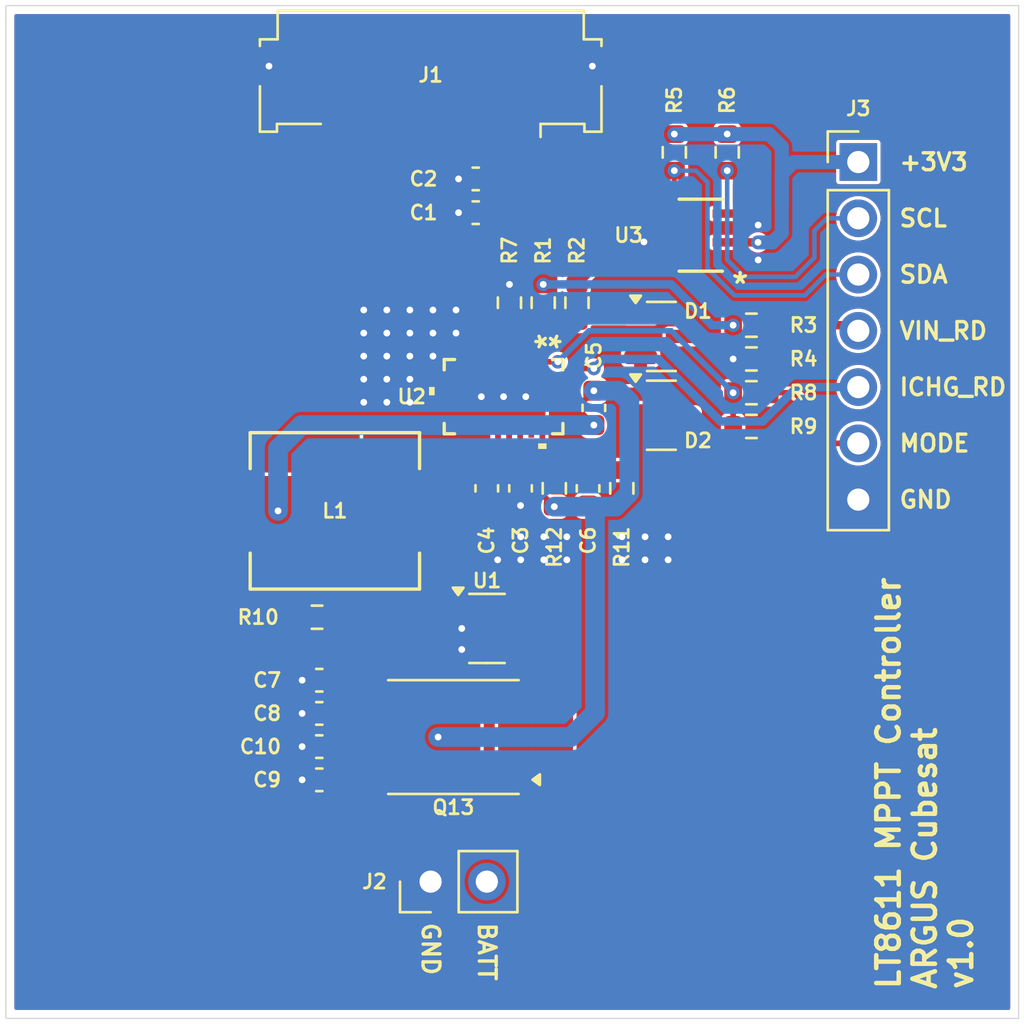
<source format=kicad_pcb>
(kicad_pcb (version 20241229) (generator "pcbnew") (generator_version "9.0")
  (layers (0 "F.Cu" signal) (2 "B.Cu" signal) (13 "F.Paste" user) (15 "B.Paste" user) (5 "F.SilkS" user "F.Silkscreen") (7 "B.SilkS" user "B.Silkscreen") (1 "F.Mask" user) (3 "B.Mask" user) (25 "Edge.Cuts" user))
  (net 0 "")
  (net 1 "GND")
  (net 2 "/MPPT/INTVcc")
  (net 3 "/MPPT/BST")
  (net 4 "/MPPT/BIAS")
  (net 5 "/MPPT/ISP")
  (net 6 "/MPPT/FB")
  (net 8 "/D_VSOLAR1")
  (net 10 "/MPPT/MP_CTRL")
  (net 11 "/SCL")
  (net 12 "/BATTERY")
  (net 13 "/SDA")
  (net 15 "/MPPT/GATE")
  (net 16 "/VIN_RD")
  (net 17 "/MPPT/SW")
  (net 18 "/MPPT/RT")
  (net 19 "/MPPT/SYNC")
  (net 20 "/MODE")
  (net 21 "/MPPT/A")
  (net 22 "/ICHG_RD")
  (net 23 "Net-(D1-A)")
  (net 24 "+3V3")
  (footprint "Package_TO_SOT_SMD:TSOT-23-6" (layer "F.Cu") (at 142.24 104.3686)
    (property "Reference" "U1" (at 0 -2.159 0) (layer "F.SilkS") (effects (font (size 0.635 0.635) (thickness 0.127) (bold yes))))
    (property "Value" "LTC4412xS6")
    (pad "1" smd roundrect (at -1.1375 -0.95) (size 1.325 0.6) (layers "F.Cu" "F.Mask" "F.Paste") (net 4 "/MPPT/BIAS"))
    (pad "2" smd roundrect (at -1.1375 0) (size 1.325 0.6) (layers "F.Cu" "F.Mask" "F.Paste") (net 1 "GND"))
    (pad "3" smd roundrect (at -1.1375 0.95) (size 1.325 0.6) (layers "F.Cu" "F.Mask" "F.Paste") (net 1 "GND"))
    (pad "4" smd roundrect (at 1.1375 0.95) (size 1.325 0.6) (layers "F.Cu" "F.Mask" "F.Paste"))
    (pad "5" smd roundrect (at 1.1375 0) (size 1.325 0.6) (layers "F.Cu" "F.Mask" "F.Paste") (net 15 "/MPPT/GATE"))
    (pad "6" smd roundrect (at 1.1375 -0.95) (size 1.325 0.6) (layers "F.Cu" "F.Mask" "F.Paste") (net 12 "/BATTERY"))
  )
  (footprint "Capacitor_SMD:C_0603_1608Metric" (layer "F.Cu") (at 134.6708 111.2012 180)
    (property "Reference" "C9" (at 1.651 0 180) (layer "F.SilkS") (effects (font (size 0.635 0.635) (thickness 0.127) (bold yes)) (justify right)))
    (property "Value" "10u")
    (pad "1" smd roundrect (at -0.775 0 180) (size 0.9 0.95) (layers "F.Cu" "F.Mask" "F.Paste") (net 4 "/MPPT/BIAS"))
    (pad "2" smd roundrect (at 0.775 0 180) (size 0.9 0.95) (layers "F.Cu" "F.Mask" "F.Paste") (net 1 "GND"))
  )
  (footprint "Connector_PinHeader_2.54mm:PinHeader_1x07_P2.54mm_Vertical" (layer "F.Cu") (at 159.004 83.312)
    (property "Reference" "J3" (at 0 -2.413 0) (layer "F.SilkS") (effects (font (size 0.635 0.635) (thickness 0.127) (bold yes))))
    (property "Value" "Conn_01x07")
    (pad "1" thru_hole rect (at 0 0) (size 1.7 1.7) (drill 1) (layers "*.Cu" "*.Mask") (net 24 "+3V3"))
    (pad "2" thru_hole circle (at 0 2.54) (size 1.7 1.7) (drill 1) (layers "*.Cu" "*.Mask") (net 11 "/SCL"))
    (pad "3" thru_hole circle (at 0 5.08) (size 1.7 1.7) (drill 1) (layers "*.Cu" "*.Mask") (net 13 "/SDA"))
    (pad "4" thru_hole circle (at 0 7.62) (size 1.7 1.7) (drill 1) (layers "*.Cu" "*.Mask") (net 16 "/VIN_RD"))
    (pad "5" thru_hole circle (at 0 10.16) (size 1.7 1.7) (drill 1) (layers "*.Cu" "*.Mask") (net 22 "/ICHG_RD"))
    (pad "6" thru_hole circle (at 0 12.7) (size 1.7 1.7) (drill 1) (layers "*.Cu" "*.Mask") (net 20 "/MODE"))
    (pad "7" thru_hole circle (at 0 15.24) (size 1.7 1.7) (drill 1) (layers "*.Cu" "*.Mask") (net 1 "GND"))
  )
  (footprint "Capacitor_SMD:C_0603_1608Metric" (layer "F.Cu") (at 143.756001 98.044 -90)
    (property "Reference" "C3" (at 1.651 0 270) (layer "F.SilkS") (effects (font (size 0.635 0.635) (thickness 0.127) (bold yes)) (justify right)))
    (property "Value" "1u")
    (pad "1" smd roundrect (at -0.775 0 270) (size 0.9 0.95) (layers "F.Cu" "F.Mask" "F.Paste") (net 2 "/MPPT/INTVcc"))
    (pad "2" smd roundrect (at 0.775 0 270) (size 0.9 0.95) (layers "F.Cu" "F.Mask" "F.Paste") (net 1 "GND"))
  )
  (footprint "footprints:Molex_200528-0100_1x10-1MP_P1.00mm_Horizontal" (layer "F.Cu") (at 139.7 80.772 180)
    (property "Reference" "J1" (at 0 1.39 0) (layer "F.SilkS") (effects (font (size 0.635 0.635) (thickness 0.127) (bold yes))))
    (property "Value" "200528-0100")
    (pad "1" smd rect (at -4.5 -0.91 180) (size 0.4 1) (layers "F.Cu" "F.Mask" "F.Paste") (net 8 "/D_VSOLAR1"))
    (pad "2" smd rect (at -3.5 -0.91 180) (size 0.4 1) (layers "F.Cu" "F.Mask" "F.Paste") (net 8 "/D_VSOLAR1"))
    (pad "3" smd rect (at -2.5 -0.91 180) (size 0.4 1) (layers "F.Cu" "F.Mask" "F.Paste") (net 8 "/D_VSOLAR1"))
    (pad "4" smd rect (at -1.5 -0.91 180) (size 0.4 1) (layers "F.Cu" "F.Mask" "F.Paste") (net 1 "GND"))
    (pad "5" smd rect (at -0.5 -0.91 180) (size 0.4 1) (layers "F.Cu" "F.Mask" "F.Paste") (net 1 "GND"))
    (pad "6" smd rect (at 0.5 -0.91 180) (size 0.4 1) (layers "F.Cu" "F.Mask" "F.Paste") (net 1 "GND"))
    (pad "7" smd rect (at 1.5 -0.91 180) (size 0.4 1) (layers "F.Cu" "F.Mask" "F.Paste") (net 1 "GND"))
    (pad "8" smd rect (at 2.5 -0.91 180) (size 0.4 1) (layers "F.Cu" "F.Mask" "F.Paste"))
    (pad "9" smd rect (at 3.5 -0.91 180) (size 0.4 1) (layers "F.Cu" "F.Mask" "F.Paste"))
    (pad "10" smd rect (at 4.5 -0.91 180) (size 0.4 1) (layers "F.Cu" "F.Mask" "F.Paste"))
    (pad "MP" smd rect (at -7.3 1.79 180) (size 2 1.3) (layers "F.Cu" "F.Mask" "F.Paste") (net 1 "GND"))
    (pad "MP" smd rect (at 7.3 1.79 180) (size 2 1.3) (layers "F.Cu" "F.Mask" "F.Paste") (net 1 "GND"))
  )
  (footprint "Capacitor_SMD:C_0603_1608Metric" (layer "F.Cu") (at 146.804001 98.044 -90)
    (property "Reference" "C6" (at 1.651 0 270) (layer "F.SilkS") (effects (font (size 0.635 0.635) (thickness 0.127) (bold yes)) (justify right)))
    (property "Value" "10p")
    (pad "1" smd roundrect (at -0.775 0 270) (size 0.9 0.95) (layers "F.Cu" "F.Mask" "F.Paste") (net 6 "/MPPT/FB"))
    (pad "2" smd roundrect (at 0.775 0 270) (size 0.9 0.95) (layers "F.Cu" "F.Mask" "F.Paste") (net 4 "/MPPT/BIAS"))
  )
  (footprint "Capacitor_SMD:C_0603_1608Metric" (layer "F.Cu") (at 141.732 85.598 180)
    (property "Reference" "C1" (at 1.651 0 180) (layer "F.SilkS") (effects (font (size 0.635 0.635) (thickness 0.127) (bold yes)) (justify right)))
    (property "Value" "22u")
    (pad "1" smd roundrect (at -0.775 0 180) (size 0.9 0.95) (layers "F.Cu" "F.Mask" "F.Paste") (net 8 "/D_VSOLAR1"))
    (pad "2" smd roundrect (at 0.775 0 180) (size 0.9 0.95) (layers "F.Cu" "F.Mask" "F.Paste") (net 1 "GND"))
  )
  (footprint "Capacitor_SMD:C_0603_1608Metric" (layer "F.Cu") (at 134.6708 106.7054 180)
    (property "Reference" "C7" (at 1.651 0 180) (layer "F.SilkS") (effects (font (size 0.635 0.635) (thickness 0.127) (bold yes)) (justify right)))
    (property "Value" "10u")
    (pad "1" smd roundrect (at -0.775 0 180) (size 0.9 0.95) (layers "F.Cu" "F.Mask" "F.Paste") (net 4 "/MPPT/BIAS"))
    (pad "2" smd roundrect (at 0.775 0 180) (size 0.9 0.95) (layers "F.Cu" "F.Mask" "F.Paste") (net 1 "GND"))
  )
  (footprint "Resistor_SMD:R_0603_1608Metric" (layer "F.Cu") (at 144.78 89.662 -90)
    (property "Reference" "R1" (at -1.651 0 90) (layer "F.SilkS") (effects (font (size 0.635 0.635) (thickness 0.127) (bold yes)) (justify left)))
    (property "Value" "309k")
    (pad "1" smd roundrect (at -0.825 0 270) (size 0.8 0.95) (layers "F.Cu" "F.Mask" "F.Paste") (net 8 "/D_VSOLAR1"))
    (pad "2" smd roundrect (at 0.825 0 270) (size 0.8 0.95) (layers "F.Cu" "F.Mask" "F.Paste") (net 10 "/MPPT/MP_CTRL"))
  )
  (footprint "Resistor_SMD:R_0603_1608Metric" (layer "F.Cu") (at 146.304 89.662 90)
    (property "Reference" "R2" (at 1.651 0 90) (layer "F.SilkS") (effects (font (size 0.635 0.635) (thickness 0.127) (bold yes)) (justify left)))
    (property "Value" "6k2")
    (pad "1" smd roundrect (at -0.825 0 90) (size 0.8 0.95) (layers "F.Cu" "F.Mask" "F.Paste") (net 10 "/MPPT/MP_CTRL"))
    (pad "2" smd roundrect (at 0.825 0 90) (size 0.8 0.95) (layers "F.Cu" "F.Mask" "F.Paste") (net 21 "/MPPT/A"))
  )
  (footprint "Resistor_SMD:R_0603_1608Metric" (layer "F.Cu") (at 154.178 92.202)
    (property "Reference" "R4" (at 1.651 0 0) (layer "F.SilkS") (effects (font (size 0.635 0.635) (thickness 0.127) (bold yes)) (justify left)))
    (property "Value" "?R")
    (pad "1" smd roundrect (at -0.825 0) (size 0.8 0.95) (layers "F.Cu" "F.Mask" "F.Paste") (net 1 "GND"))
    (pad "2" smd roundrect (at 0.825 0) (size 0.8 0.95) (layers "F.Cu" "F.Mask" "F.Paste") (net 16 "/VIN_RD"))
  )
  (footprint "Resistor_SMD:R_0603_1608Metric" (layer "F.Cu") (at 153.0858 82.875001 -90)
    (property "Reference" "R6" (at -1.651 0 90) (layer "F.SilkS") (effects (font (size 0.635 0.635) (thickness 0.127) (bold yes)) (justify left)))
    (property "Value" "10k")
    (pad "1" smd roundrect (at -0.825 0 270) (size 0.8 0.95) (layers "F.Cu" "F.Mask" "F.Paste") (net 24 "+3V3"))
    (pad "2" smd roundrect (at 0.825 0 270) (size 0.8 0.95) (layers "F.Cu" "F.Mask" "F.Paste") (net 11 "/SCL"))
  )
  (footprint "Resistor_SMD:R_0603_1608Metric" (layer "F.Cu") (at 154.178 93.726 180)
    (property "Reference" "R8" (at -1.651 0 0) (layer "F.SilkS") (effects (font (size 0.635 0.635) (thickness 0.127) (bold yes)) (justify left)))
    (property "Value" "0R")
    (pad "1" smd roundrect (at -0.825 0 180) (size 0.8 0.95) (layers "F.Cu" "F.Mask" "F.Paste") (net 20 "/MODE"))
    (pad "2" smd roundrect (at 0.825 0 180) (size 0.8 0.95) (layers "F.Cu" "F.Mask" "F.Paste") (net 19 "/MPPT/SYNC"))
  )
  (footprint "Package_TO_SOT_SMD:SOT-23" (layer "F.Cu") (at 150.114 94.742)
    (property "Reference" "D2" (at 1.651 1.143 0) (layer "F.SilkS") (effects (font (size 0.635 0.635) (thickness 0.127) (bold yes))))
    (property "Value" "BAV99")
    (pad "1" smd roundrect (at -0.9375 -0.95) (size 1.475 0.6) (layers "F.Cu" "F.Mask" "F.Paste") (net 23 "Net-(D1-A)"))
    (pad "2" smd roundrect (at -0.9375 0.95) (size 1.475 0.6) (layers "F.Cu" "F.Mask" "F.Paste") (net 1 "GND"))
    (pad "3" smd roundrect (at 0.9375 0) (size 1.475 0.6) (layers "F.Cu" "F.Mask" "F.Paste"))
  )
  (footprint "Capacitor_SMD:C_0603_1608Metric" (layer "F.Cu") (at 134.6708 108.204 180)
    (property "Reference" "C8" (at 1.651 0 0) (layer "F.SilkS") (effects (font (size 0.635 0.635) (thickness 0.127) (bold yes)) (justify right)))
    (property "Value" "10u")
    (pad "1" smd roundrect (at -0.775 0 180) (size 0.9 0.95) (layers "F.Cu" "F.Mask" "F.Paste") (net 4 "/MPPT/BIAS"))
    (pad "2" smd roundrect (at 0.775 0 180) (size 0.9 0.95) (layers "F.Cu" "F.Mask" "F.Paste") (net 1 "GND"))
  )
  (footprint "Connector_PinHeader_2.54mm:PinHeader_1x02_P2.54mm_Vertical" (layer "F.Cu") (at 139.695 115.7986 90)
    (property "Reference" "J2" (at 0 -1.905 0) (layer "F.SilkS") (effects (font (size 0.635 0.635) (thickness 0.127) (bold yes)) (justify right)))
    (property "Value" "Conn_01x02")
    (pad "1" thru_hole rect (at 0 0 90) (size 1.7 1.7) (drill 1) (layers "*.Cu" "*.Mask") (net 1 "GND"))
    (pad "2" thru_hole circle (at 0 2.54 90) (size 1.7 1.7) (drill 1) (layers "*.Cu" "*.Mask") (net 12 "/BATTERY"))
  )
  (footprint "Resistor_SMD:R_0603_1608Metric" (layer "F.Cu") (at 143.256 89.662 90)
    (property "Reference" "R7" (at 1.651 0 90) (layer "F.SilkS") (effects (font (size 0.635 0.635) (thickness 0.127) (bold yes)) (justify left)))
    (property "Value" "60k4")
    (pad "1" smd roundrect (at -0.825 0 90) (size 0.8 0.95) (layers "F.Cu" "F.Mask" "F.Paste") (net 18 "/MPPT/RT"))
    (pad "2" smd roundrect (at 0.825 0 90) (size 0.8 0.95) (layers "F.Cu" "F.Mask" "F.Paste") (net 1 "GND"))
  )
  (footprint "footprints:QFN-24_UDD_LTI" (layer "F.Cu") (at 142.990001 93.9038 -90)
    (property "Reference" "U2" (at 0 3.429 0) (layer "F.SilkS") (effects (font (size 0.635 0.635) (thickness 0.127) (bold yes)) (justify right)))
    (property "Value" "LT8611EUDD-PBF")
    (fp_text user "*" (at -2.4892 -2 270) (layer "F.SilkS"))
    (fp_text user "*" (at -2.4892 -2 270) (layer "F.SilkS"))
    (pad "1" smd rect (at -1.4478 -1.749999) (size 0.254 0.8128) (layers "F.Cu" "F.Mask" "F.Paste") (net 19 "/MPPT/SYNC"))
    (pad "2" smd rect (at -1.4478 -1.25) (size 0.254 0.8128) (layers "F.Cu" "F.Mask" "F.Paste") (net 10 "/MPPT/MP_CTRL"))
    (pad "3" smd rect (at -1.4478 -0.750001) (size 0.254 0.8128) (layers "F.Cu" "F.Mask" "F.Paste") (net 18 "/MPPT/RT"))
    (pad "4" smd rect (at -1.4478 -0.25) (size 0.254 0.8128) (layers "F.Cu" "F.Mask" "F.Paste") (net 8 "/D_VSOLAR1"))
    (pad "5" smd rect (at -1.4478 0.25) (size 0.254 0.8128) (layers "F.Cu" "F.Mask" "F.Paste") (net 8 "/D_VSOLAR1"))
    (pad "6" smd rect (at -1.4478 0.750001) (size 0.254 0.8128) (layers "F.Cu" "F.Mask" "F.Paste") (net 8 "/D_VSOLAR1"))
    (pad "7" smd rect (at -1.4478 1.25) (size 0.254 0.8128) (layers "F.Cu" "F.Mask" "F.Paste") (net 1 "GND"))
    (pad "8" smd rect (at -1.4478 1.749999) (size 0.254 0.8128) (layers "F.Cu" "F.Mask" "F.Paste") (net 1 "GND"))
    (pad "9" smd rect (at -0.750001 2.4511 270) (size 0.254 0.8128) (layers "F.Cu" "F.Mask" "F.Paste") (net 1 "GND"))
    (pad "10" smd rect (at -0.25 2.4511 270) (size 0.254 0.8128) (layers "F.Cu" "F.Mask" "F.Paste") (net 1 "GND"))
    (pad "11" smd rect (at 0.25 2.4511 270) (size 0.254 0.8128) (layers "F.Cu" "F.Mask" "F.Paste") (net 1 "GND"))
    (pad "12" smd rect (at 0.750001 2.4511 270) (size 0.254 0.8128) (layers "F.Cu" "F.Mask" "F.Paste") (net 1 "GND"))
    (pad "13" smd rect (at 1.4478 1.749999) (size 0.254 0.8128) (layers "F.Cu" "F.Mask" "F.Paste") (net 17 "/MPPT/SW"))
    (pad "14" smd rect (at 1.4478 1.25) (size 0.254 0.8128) (layers "F.Cu" "F.Mask" "F.Paste") (net 17 "/MPPT/SW"))
    (pad "15" smd rect (at 1.4478 0.750001) (size 0.254 0.8128) (layers "F.Cu" "F.Mask" "F.Paste") (net 17 "/MPPT/SW"))
    (pad "16" smd rect (at 1.4478 0.25) (size 0.254 0.8128) (layers "F.Cu" "F.Mask" "F.Paste") (net 3 "/MPPT/BST"))
    (pad "17" smd rect (at 1.4478 -0.25) (size 0.254 0.8128) (layers "F.Cu" "F.Mask" "F.Paste") (net 2 "/MPPT/INTVcc"))
    (pad "18" smd rect (at 1.4478 -0.750001) (size 0.254 0.8128) (layers "F.Cu" "F.Mask" "F.Paste") (net 4 "/MPPT/BIAS"))
    (pad "19" smd rect (at 1.4478 -1.25) (size 0.254 0.8128) (layers "F.Cu" "F.Mask" "F.Paste"))
    (pad "20" smd rect (at 1.4478 -1.749999) (size 0.254 0.8128) (layers "F.Cu" "F.Mask" "F.Paste") (net 6 "/MPPT/FB"))
    (pad "21" smd rect (at 0.750001 -2.4511 270) (size 0.254 0.8128) (layers "F.Cu" "F.Mask" "F.Paste") (net 5 "/MPPT/ISP"))
    (pad "22" smd rect (at 0.25 -2.4511 270) (size 0.254 0.8128) (layers "F.Cu" "F.Mask" "F.Paste") (net 4 "/MPPT/BIAS"))
    (pad "23" smd rect (at -0.25 -2.4511 270) (size 0.254 0.8128) (layers "F.Cu" "F.Mask" "F.Paste") (net 22 "/ICHG_RD"))
    (pad "24" smd rect (at -0.750001 -2.4511 270) (size 0.254 0.8128) (layers "F.Cu" "F.Mask" "F.Paste"))
    (pad "25" smd rect (at 0 0 270) (size 1.7526 3.7592) (layers "F.Cu" "F.Mask" "F.Paste") (net 1 "GND"))
  )
  (footprint "Capacitor_SMD:C_0603_1608Metric" (layer "F.Cu") (at 142.232001 98.044 -90)
    (property "Reference" "C4" (at 1.651 0 90) (layer "F.SilkS") (effects (font (size 0.635 0.635) (thickness 0.127) (bold yes)) (justify right)))
    (property "Value" "100n")
    (pad "1" smd roundrect (at -0.775 0 270) (size 0.9 0.95) (layers "F.Cu" "F.Mask" "F.Paste") (net 3 "/MPPT/BST"))
    (pad "2" smd roundrect (at 0.775 0 270) (size 0.9 0.95) (layers "F.Cu" "F.Mask" "F.Paste") (net 17 "/MPPT/SW"))
  )
  (footprint "Resistor_SMD:R_0603_1608Metric" (layer "F.Cu") (at 154.178 90.678 180)
    (property "Reference" "R3" (at -1.651 0 0) (layer "F.SilkS") (effects (font (size 0.635 0.635) (thickness 0.127) (bold yes)) (justify left)))
    (property "Value" "?R")
    (pad "1" smd roundrect (at -0.825 0 180) (size 0.8 0.95) (layers "F.Cu" "F.Mask" "F.Paste") (net 16 "/VIN_RD"))
    (pad "2" smd roundrect (at 0.825 0 180) (size 0.8 0.95) (layers "F.Cu" "F.Mask" "F.Paste") (net 8 "/D_VSOLAR1"))
  )
  (footprint "Resistor_SMD:R_0603_1608Metric" (layer "F.Cu") (at 134.5692 103.8606)
    (property "Reference" "R10" (at -1.651 0 180) (layer "F.SilkS") (effects (font (size 0.635 0.635) (thickness 0.127) (bold yes)) (justify right)))
    (property "Value" "50m")
    (pad "1" smd roundrect (at -0.825 0) (size 0.8 0.95) (layers "F.Cu" "F.Mask" "F.Paste") (net 5 "/MPPT/ISP"))
    (pad "2" smd roundrect (at 0.825 0) (size 0.8 0.95) (layers "F.Cu" "F.Mask" "F.Paste") (net 4 "/MPPT/BIAS"))
  )
  (footprint "Capacitor_SMD:C_0603_1608Metric" (layer "F.Cu") (at 147.066 94.4118 -90)
    (property "Reference" "C5" (at -1.651 0 90) (layer "F.SilkS") (effects (font (size 0.635 0.635) (thickness 0.127) (bold yes)) (justify left)))
    (property "Value" "1u")
    (pad "1" smd roundrect (at -0.775 0 270) (size 0.9 0.95) (layers "F.Cu" "F.Mask" "F.Paste") (net 4 "/MPPT/BIAS"))
    (pad "2" smd roundrect (at 0.775 0 270) (size 0.9 0.95) (layers "F.Cu" "F.Mask" "F.Paste") (net 5 "/MPPT/ISP"))
  )
  (footprint "Capacitor_SMD:C_0603_1608Metric" (layer "F.Cu") (at 141.732 84.074 180)
    (property "Reference" "C2" (at 1.651 0 180) (layer "F.SilkS") (effects (font (size 0.635 0.635) (thickness 0.127) (bold yes)) (justify right)))
    (property "Value" "4u7")
    (pad "1" smd roundrect (at -0.775 0 180) (size 0.9 0.95) (layers "F.Cu" "F.Mask" "F.Paste") (net 8 "/D_VSOLAR1"))
    (pad "2" smd roundrect (at 0.775 0 180) (size 0.9 0.95) (layers "F.Cu" "F.Mask" "F.Paste") (net 1 "GND"))
  )
  (footprint "Resistor_SMD:R_0603_1608Metric" (layer "F.Cu") (at 145.280001 98.044 -90)
    (property "Reference" "R12" (at 1.651 0 90) (layer "F.SilkS") (effects (font (size 0.635 0.635) (thickness 0.127) (bold yes)) (justify right)))
    (property "Value" "1M")
    (pad "1" smd roundrect (at -0.825 0 270) (size 0.8 0.95) (layers "F.Cu" "F.Mask" "F.Paste") (net 6 "/MPPT/FB"))
    (pad "2" smd roundrect (at 0.825 0 270) (size 0.8 0.95) (layers "F.Cu" "F.Mask" "F.Paste") (net 4 "/MPPT/BIAS"))
  )
  (footprint "Resistor_SMD:R_0603_1608Metric" (layer "F.Cu") (at 154.178 95.25)
    (property "Reference" "R9" (at 1.651 0 0) (layer "F.SilkS") (effects (font (size 0.635 0.635) (thickness 0.127) (bold yes)) (justify left)))
    (property "Value" "0R")
    (pad "1" smd roundrect (at -0.825 0) (size 0.8 0.95) (layers "F.Cu" "F.Mask" "F.Paste") (net 19 "/MPPT/SYNC"))
    (pad "2" smd roundrect (at 0.825 0) (size 0.8 0.95) (layers "F.Cu" "F.Mask" "F.Paste") (net 1 "GND"))
  )
  (footprint "footprints:IND_03-4R7-R_EAT" (layer "F.Cu") (at 135.374001 99.06 180)
    (property "Reference" "L1" (at 0 0 0) (layer "F.SilkS") (effects (font (size 0.635 0.635) (thickness 0.127) (bold yes))))
    (property "Value" "4u7")
    (pad "1" smd rect (at -2.5654 0 270) (size 3.1496 2.5654) (layers "F.Cu" "F.Mask" "F.Paste") (net 17 "/MPPT/SW"))
    (pad "2" smd rect (at 2.5654 0 270) (size 3.1496 2.5654) (layers "F.Cu" "F.Mask" "F.Paste") (net 5 "/MPPT/ISP"))
    (zone (net 0) (net_name "") (layer "F.Cu") (connect_pads (clearance 0)) (min_thickness 0.254)
      (keepout (tracks not_allowed) (vias not_allowed) (pads allowed) (copperpour not_allowed) (footprints allowed))
      (fill (thermal_gap 0.508) (thermal_bridge_width 0.508))
      (polygon (pts (xy 136.605901 100.6856) (xy 134.142101 100.6856) (xy 134.142101 97.4344) (xy 136.605901 97.4344)))
    )
  )
  (footprint "Resistor_SMD:R_0603_1608Metric" (layer "F.Cu") (at 148.328001 98.044 -90)
    (property "Reference" "R11" (at 1.651 0 90) (layer "F.SilkS") (effects (font (size 0.635 0.635) (thickness 0.127) (bold yes)) (justify right)))
    (property "Value" "130k")
    (pad "1" smd roundrect (at -0.825 0 270) (size 0.8 0.95) (layers "F.Cu" "F.Mask" "F.Paste") (net 6 "/MPPT/FB"))
    (pad "2" smd roundrect (at 0.825 0 270) (size 0.8 0.95) (layers "F.Cu" "F.Mask" "F.Paste") (net 1 "GND"))
  )
  (footprint "Resistor_SMD:R_0603_1608Metric" (layer "F.Cu") (at 150.6982 82.875001 -90)
    (property "Reference" "R5" (at -1.651 0 90) (layer "F.SilkS") (effects (font (size 0.635 0.635) (thickness 0.127) (bold yes)) (justify left)))
    (property "Value" "10k")
    (pad "1" smd roundrect (at -0.825 0 270) (size 0.8 0.95) (layers "F.Cu" "F.Mask" "F.Paste") (net 24 "+3V3"))
    (pad "2" smd roundrect (at 0.825 0 270) (size 0.8 0.95) (layers "F.Cu" "F.Mask" "F.Paste") (net 13 "/SDA"))
  )
  (footprint "footprints:RJ_8_ADI" (layer "F.Cu") (at 151.892 86.614 180)
    (property "Reference" "U3" (at 2.54 0 0) (layer "F.SilkS") (effects (font (size 0.635 0.635) (thickness 0.127) (bold yes)) (justify right)))
    (property "Value" "AD5245BRJZ10-R2")
    (fp_text user "*" (at -1.778 -2.2352 0) (layer "F.SilkS"))
    (pad "1" smd rect (at -1.1938 -0.974998 180) (size 1.3208 0.381) (layers "F.Cu" "F.Mask" "F.Paste") (net 1 "GND"))
    (pad "2" smd rect (at -1.1938 -0.325 180) (size 1.3208 0.381) (layers "F.Cu" "F.Mask" "F.Paste") (net 24 "+3V3"))
    (pad "3" smd rect (at -1.1938 0.325 180) (size 1.3208 0.381) (layers "F.Cu" "F.Mask" "F.Paste") (net 1 "GND"))
    (pad "4" smd rect (at -1.1938 0.974998 180) (size 1.3208 0.381) (layers "F.Cu" "F.Mask" "F.Paste") (net 11 "/SCL"))
    (pad "5" smd rect (at 1.1938 0.974998 180) (size 1.3208 0.381) (layers "F.Cu" "F.Mask" "F.Paste") (net 13 "/SDA"))
    (pad "6" smd rect (at 1.1938 0.325 180) (size 1.3208 0.381) (layers "F.Cu" "F.Mask" "F.Paste"))
    (pad "7" smd rect (at 1.1938 -0.325 180) (size 1.3208 0.381) (layers "F.Cu" "F.Mask" "F.Paste") (net 1 "GND"))
    (pad "8" smd rect (at 1.1938 -0.974998 180) (size 1.3208 0.381) (layers "F.Cu" "F.Mask" "F.Paste") (net 21 "/MPPT/A"))
  )
  (footprint "Package_SO:PowerPAK_SO-8_Single" (layer "F.Cu") (at 140.7242 109.2708 180)
    (property "Reference" "Q13" (at 0 -3.175 180) (layer "F.SilkS") (effects (font (size 0.635 0.635) (thickness 0.127) (bold yes))))
    (property "Value" "SIRA99DP-T1-GE3")
    (pad "1" smd rect (at -2.670001 -1.905 180) (size 1.27 0.61) (layers "F.Cu" "F.Mask" "F.Paste") (net 12 "/BATTERY"))
    (pad "2" smd rect (at -2.67 -0.635 180) (size 1.27 0.61) (layers "F.Cu" "F.Mask" "F.Paste") (net 12 "/BATTERY"))
    (pad "3" smd rect (at -2.67 0.635 180) (size 1.27 0.61) (layers "F.Cu" "F.Mask" "F.Paste") (net 12 "/BATTERY"))
    (pad "4" smd rect (at -2.670001 1.905 180) (size 1.27 0.61) (layers "F.Cu" "F.Mask" "F.Paste") (net 15 "/MPPT/GATE"))
    (pad "5" smd rect (at 0.69 0 180) (size 3.81 3.91) (layers "F.Cu" "F.Mask" "F.Paste") (net 4 "/MPPT/BIAS"))
    (pad "5" smd rect (at 2.795 -1.905 180) (size 1.02 0.61) (layers "F.Cu" "F.Mask" "F.Paste") (net 4 "/MPPT/BIAS"))
    (pad "5" smd rect (at 2.795 -0.635 180) (size 1.02 0.61) (layers "F.Cu" "F.Mask" "F.Paste") (net 4 "/MPPT/BIAS"))
    (pad "5" smd rect (at 2.795 0.635 180) (size 1.02 0.61) (layers "F.Cu" "F.Mask" "F.Paste") (net 4 "/MPPT/BIAS"))
    (pad "5" smd rect (at 2.795 1.905 180) (size 1.02 0.61) (layers "F.Cu" "F.Mask" "F.Paste") (net 4 "/MPPT/BIAS"))
  )
  (footprint "Capacitor_SMD:C_0603_1608Metric" (layer "F.Cu") (at 134.6708 109.7026 180)
    (property "Reference" "C10" (at 1.651 0 180) (layer "F.SilkS") (effects (font (size 0.635 0.635) (thickness 0.127) (bold yes)) (justify right)))
    (property "Value" "10u")
    (pad "1" smd roundrect (at -0.775 0 180) (size 0.9 0.95) (layers "F.Cu" "F.Mask" "F.Paste") (net 4 "/MPPT/BIAS"))
    (pad "2" smd roundrect (at 0.775 0 180) (size 0.9 0.95) (layers "F.Cu" "F.Mask" "F.Paste") (net 1 "GND"))
  )
  (footprint "Package_TO_SOT_SMD:SOT-23" (layer "F.Cu") (at 150.114 91.186)
    (property "Reference" "D1" (at 1.651 -1.143 0) (layer "F.SilkS") (effects (font (size 0.635 0.635) (thickness 0.127) (bold yes))))
    (property "Value" "BAV99")
    (pad "1" smd roundrect (at -0.9375 -0.95) (size 1.475 0.6) (layers "F.Cu" "F.Mask" "F.Paste") (net 10 "/MPPT/MP_CTRL"))
    (pad "2" smd roundrect (at -0.9375 0.95) (size 1.475 0.6) (layers "F.Cu" "F.Mask" "F.Paste") (net 23 "Net-(D1-A)"))
    (pad "3" smd roundrect (at 0.9375 0) (size 1.475 0.6) (layers "F.Cu" "F.Mask" "F.Paste"))
  )
  (gr_rect (start 120.523 76.2508) (end 166.243 121.9708) (stroke (width 0.05)) (fill no) (layer "Edge.Cuts"))
  (gr_text "ICHG_RD" (at 160.782 93.472 0) (layer "F.SilkS") (effects (font (size 0.762 0.762) (thickness 0.1524) (bold yes)) (justify left)))
  (gr_text "BATT" (at 142.24 117.5766 270) (layer "F.SilkS") (effects (font (size 0.762 0.762) (thickness 0.1524) (bold yes)) (justify left)))
  (gr_text "SDA" (at 160.782 88.392 0) (layer "F.SilkS") (effects (font (size 0.762 0.762) (thickness 0.1524) (bold yes)) (justify left)))
  (gr_text "+3V3" (at 160.782 83.312 0) (layer "F.SilkS") (effects (font (size 0.762 0.762) (thickness 0.1524) (bold yes)) (justify left)))
  (gr_text "VIN_RD" (at 160.782 90.932 0) (layer "F.SilkS") (effects (font (size 0.762 0.762) (thickness 0.1524) (bold yes)) (justify left)))
  (gr_text "GND" (at 139.7 117.5766 270) (layer "F.SilkS") (effects (font (size 0.762 0.762) (thickness 0.1524) (bold yes)) (justify left)))
  (gr_text "LT8611 MPPT Controller\nARGUS Cubesat\nv1.0" (at 164.2364 120.7516 90) (layer "F.SilkS") (effects (font (size 1.016 1.016) (thickness 0.2032)) (justify left bottom)))
  (gr_text "GND" (at 160.782 98.552 0) (layer "F.SilkS") (effects (font (size 0.762 0.762) (thickness 0.1524) (bold yes)) (justify left)))
  (gr_text "SCL" (at 160.782 85.852 0) (layer "F.SilkS") (effects (font (size 0.762 0.762) (thickness 0.1524) (bold yes)) (justify left)))
  (gr_text "MODE" (at 160.782 96.012 0) (layer "F.SilkS") (effects (font (size 0.762 0.762) (thickness 0.1524) (bold yes)) (justify left)))
  (via (at 148.336 101.2698) (size 0.6096) (drill 0.3048) (layers "F.Cu" "B.Cu") (net 1))
  (via (at 136.6774 93.1164) (size 0.6096) (drill 0.3048) (layers "F.Cu" "B.Cu") (net 1))
  (via (at 137.7188 91.0336) (size 0.6096) (drill 0.3048) (layers "F.Cu" "B.Cu") (net 1))
  (via (at 141.1025 104.3686) (size 0.6096) (drill 0.3048) (layers "F.Cu" "B.Cu") (net 1))
  (via (at 143.756001 98.819) (size 0.6096) (drill 0.3048) (layers "F.Cu" "B.Cu") (net 1))
  (via (at 142.7226 101.2698) (size 0.6096) (drill 0.3048) (layers "F.Cu" "B.Cu") (net 1))
  (via (at 140.957 84.074) (size 0.6096) (drill 0.3048) (layers "F.Cu" "B.Cu") (net 1))
  (via (at 147 78.981999) (size 0.6096) (drill 0.3048) (layers "F.Cu" "B.Cu") (net 1))
  (via (at 141.1025 105.318599) (size 0.6096) (drill 0.3048) (layers "F.Cu" "B.Cu") (net 1))
  (via (at 143.764 101.2698) (size 0.6096) (drill 0.3048) (layers "F.Cu" "B.Cu") (net 1))
  (via (at 143.256 88.837) (size 0.6096) (drill 0.3048) (layers "F.Cu" "B.Cu") (net 1))
  (via (at 133.8958 106.7054) (size 0.6096) (drill 0.3048) (layers "F.Cu" "B.Cu") (net 1))
  (via (at 138.7602 94.1578) (size 0.6096) (drill 0.3048) (layers "F.Cu" "B.Cu") (net 1))
  (via (at 144.8054 100.2284) (size 0.6096) (drill 0.3048) (layers "F.Cu" "B.Cu") (net 1))
  (via (at 132.4 78.981999) (size 0.6096) (drill 0.3048) (layers "F.Cu" "B.Cu") (net 1))
  (via (at 153.353 92.202) (size 0.6096) (drill 0.3048) (layers "F.Cu" "B.Cu") (net 1))
  (via (at 137.7188 89.9922) (size 0.6096) (drill 0.3048) (layers "F.Cu" "B.Cu") (net 1))
  (via (at 144.8054 101.2698) (size 0.6096) (drill 0.3048) (layers "F.Cu" "B.Cu") (net 1))
  (via (at 141.986 93.9038) (size 0.6096) (drill 0.3048) (layers "F.Cu" "B.Cu") (net 1))
  (via (at 154.4828 86.1568) (size 0.6096) (drill 0.3048) (layers "F.Cu" "B.Cu") (net 1))
  (via (at 142.990001 93.9038) (size 0.6096) (drill 0.3048) (layers "F.Cu" "B.Cu") (net 1))
  (via (at 140.843 91.0336) (size 0.6096) (drill 0.3048) (layers "F.Cu" "B.Cu") (net 1))
  (via (at 136.6774 91.0336) (size 0.6096) (drill 0.3048) (layers "F.Cu" "B.Cu") (net 1))
  (via (at 136.6774 94.1578) (size 0.6096) (drill 0.3048) (layers "F.Cu" "B.Cu") (net 1))
  (via (at 149.3774 101.2698) (size 0.6096) (drill 0.3048) (layers "F.Cu" "B.Cu") (net 1))
  (via (at 138.7602 93.1164) (size 0.6096) (drill 0.3048) (layers "F.Cu" "B.Cu") (net 1))
  (via (at 138.7602 91.0336) (size 0.6096) (drill 0.3048) (layers "F.Cu" "B.Cu") (net 1))
  (via (at 139.8016 89.9922) (size 0.6096) (drill 0.3048) (layers "F.Cu" "B.Cu") (net 1))
  (via (at 136.6774 89.9922) (size 0.6096) (drill 0.3048) (layers "F.Cu" "B.Cu") (net 1))
  (via (at 148.336 100.2284) (size 0.6096) (drill 0.3048) (layers "F.Cu" "B.Cu") (net 1))
  (via (at 140.843 89.9922) (size 0.6096) (drill 0.3048) (layers "F.Cu" "B.Cu") (net 1))
  (via (at 136.6774 92.075) (size 0.6096) (drill 0.3048) (layers "F.Cu" "B.Cu") (net 1))
  (via (at 133.8958 111.2012) (size 0.6096) (drill 0.3048) (layers "F.Cu" "B.Cu") (net 1))
  (via (at 143.9926 93.9038) (size 0.6096) (drill 0.3048) (layers "F.Cu" "B.Cu") (net 1))
  (via (at 137.7188 92.075) (size 0.6096) (drill 0.3048) (layers "F.Cu" "B.Cu") (net 1))
  (via (at 143.764 100.2284) (size 0.6096) (drill 0.3048) (layers "F.Cu" "B.Cu") (net 1))
  (via (at 145.8468 100.2284) (size 0.6096) (drill 0.3048) (layers "F.Cu" "B.Cu") (net 1))
  (via (at 149.3266 86.9188) (size 0.6096) (drill 0.3048) (layers "F.Cu" "B.Cu") (net 1))
  (via (at 139.8016 92.075) (size 0.6096) (drill 0.3048) (layers "F.Cu" "B.Cu") (net 1))
  (via (at 150.4188 100.2284) (size 0.6096) (drill 0.3048) (layers "F.Cu" "B.Cu") (net 1))
  (via (at 154.4828 87.7316) (size 0.6096) (drill 0.3048) (layers "F.Cu" "B.Cu") (net 1))
  (via (at 133.8958 108.204) (size 0.6096) (drill 0.3048) (layers "F.Cu" "B.Cu") (net 1))
  (via (at 139.8016 91.0336) (size 0.6096) (drill 0.3048) (layers "F.Cu" "B.Cu") (net 1))
  (via (at 133.8958 109.7026) (size 0.6096) (drill 0.3048) (layers "F.Cu" "B.Cu") (net 1))
  (via (at 149.3774 100.2284) (size 0.6096) (drill 0.3048) (layers "F.Cu" "B.Cu") (net 1))
  (via (at 138.7602 92.075) (size 0.6096) (drill 0.3048) (layers "F.Cu" "B.Cu") (net 1))
  (via (at 138.7602 89.9922) (size 0.6096) (drill 0.3048) (layers "F.Cu" "B.Cu") (net 1))
  (via (at 137.7188 94.1578) (size 0.6096) (drill 0.3048) (layers "F.Cu" "B.Cu") (net 1))
  (via (at 140.957 85.598) (size 0.6096) (drill 0.3048) (layers "F.Cu" "B.Cu") (net 1))
  (via (at 137.7188 93.1164) (size 0.6096) (drill 0.3048) (layers "F.Cu" "B.Cu") (net 1))
  (via (at 145.8468 101.2698) (size 0.6096) (drill 0.3048) (layers "F.Cu" "B.Cu") (net 1))
  (via (at 150.4188 101.2698) (size 0.6096) (drill 0.3048) (layers "F.Cu" "B.Cu") (net 1))
  (segment (start 143.240001 95.3516) (end 143.240001 96.753) (width 0.254) (layer "F.Cu") (net 2))
  (segment (start 143.240001 96.753) (end 143.756001 97.269) (width 0.254) (layer "F.Cu") (net 2))
  (segment (start 142.740001 95.3516) (end 142.740001 96.761) (width 0.254) (layer "F.Cu") (net 3))
  (segment (start 142.740001 96.761) (end 142.232001 97.269) (width 0.254) (layer "F.Cu") (net 3))
  (segment (start 144.524601 96.823401) (end 144.524601 98.1136) (width 0.254) (layer "F.Cu") (net 4))
  (segment (start 145.441101 94.1538) (end 146.549 94.1538) (width 0.254) (layer "F.Cu") (net 4))
  (segment (start 135.836199 103.418601) (end 135.3942 103.8606) (width 0.5842) (layer "F.Cu") (net 4))
  (segment (start 144.524601 98.1136) (end 145.280001 98.869) (width 0.254) (layer "F.Cu") (net 4))
  (segment (start 141.1025 103.418601) (end 135.836199 103.418601) (width 0.5842) (layer "F.Cu") (net 4))
  (segment (start 143.740002 96.038802) (end 144.524601 96.823401) (width 0.254) (layer "F.Cu") (net 4))
  (segment (start 145.280001 98.869) (end 146.754001 98.869) (width 0.381) (layer "F.Cu") (net 4))
  (segment (start 143.740002 95.3516) (end 143.740002 96.038802) (width 0.254) (layer "F.Cu") (net 4))
  (segment (start 146.549 94.1538) (end 147.066 93.6368) (width 0.254) (layer "F.Cu") (net 4))
  (segment (start 146.754001 98.869) (end 146.804001 98.819) (width 0.254) (layer "F.Cu") (net 4))
  (via (at 140.0342 109.2708) (size 0.6096) (drill 0.3048) (layers "F.Cu" "B.Cu") (net 4))
  (via (at 145.280001 98.869) (size 0.6096) (drill 0.3048) (layers "F.Cu" "B.Cu") (net 4))
  (via (at 147.066 93.6368) (size 0.6096) (drill 0.3048) (layers "F.Cu" "B.Cu") (net 4))
  (segment (start 148.6662 94.1324) (end 148.1706 93.6368) (width 0.889) (layer "B.Cu") (net 4))
  (segment (start 146.0246 109.2708) (end 147.1168 108.1786) (width 0.889) (layer "B.Cu") (net 4))
  (segment (start 148.1706 93.6368) (end 147.066 93.6368) (width 0.889) (layer "B.Cu") (net 4))
  (segment (start 145.280001 98.869) (end 147.1168 98.869) (width 0.889) (layer "B.Cu") (net 4))
  (segment (start 147.1168 98.869) (end 148.0444 98.869) (width 0.889) (layer "B.Cu") (net 4))
  (segment (start 140.0342 109.2708) (end 146.0246 109.2708) (width 0.889) (layer "B.Cu") (net 4))
  (segment (start 147.1168 108.1786) (end 147.1168 98.869) (width 0.889) (layer "B.Cu") (net 4))
  (segment (start 148.6662 98.2472) (end 148.6662 94.1324) (width 0.889) (layer "B.Cu") (net 4))
  (segment (start 148.0444 98.869) (end 148.6662 98.2472) (width 0.889) (layer "B.Cu") (net 4))
  (segment (start 145.441101 94.653801) (end 146.533001 94.653801) (width 0.254) (layer "F.Cu") (net 5))
  (segment (start 146.533001 94.653801) (end 147.066 95.1868) (width 0.254) (layer "F.Cu") (net 5))
  (via (at 132.808601 99.06) (size 0.6096) (drill 0.3048) (layers "F.Cu" "B.Cu") (net 5))
  (via (at 147.066 95.1868) (size 0.6096) (drill 0.3048) (layers "F.Cu" "B.Cu") (net 5))
  (segment (start 132.808601 96.248599) (end 133.8704 95.1868) (width 0.889) (layer "B.Cu") (net 5))
  (segment (start 133.8704 95.1868) (end 147.066 95.1868) (width 0.889) (layer "B.Cu") (net 5))
  (segment (start 132.808601 99.06) (end 132.808601 96.248599) (width 0.889) (layer "B.Cu") (net 5))
  (segment (start 145.280001 97.219) (end 146.754001 97.219) (width 0.381) (layer "F.Cu") (net 6))
  (segment (start 145.280001 96.537401) (end 145.280001 97.219) (width 0.254) (layer "F.Cu") (net 6))
  (segment (start 146.804001 97.269) (end 146.854001 97.219) (width 0.254) (layer "F.Cu") (net 6))
  (segment (start 146.854001 97.219) (end 148.328001 97.219) (width 0.381) (layer "F.Cu") (net 6))
  (segment (start 146.754001 97.219) (end 146.804001 97.269) (width 0.254) (layer "F.Cu") (net 6))
  (segment (start 144.74 95.9974) (end 145.280001 96.537401) (width 0.254) (layer "F.Cu") (net 6))
  (segment (start 144.74 95.3516) (end 144.74 95.9974) (width 0.254) (layer "F.Cu") (net 6))
  (via (at 144.78 88.837) (size 0.6096) (drill 0.3048) (layers "F.Cu" "B.Cu") (net 8))
  (via (at 153.353 90.678) (size 0.6096) (drill 0.3048) (layers "F.Cu" "B.Cu") (net 8))
  (segment (start 152.4 90.678) (end 153.353 90.678) (width 0.381) (layer "B.Cu") (net 8))
  (segment (start 150.559 88.837) (end 152.4 90.678) (width 0.381) (layer "B.Cu") (net 8))
  (segment (start 144.78 88.837) (end 150.559 88.837) (width 0.381) (layer "B.Cu") (net 8))
  (segment (start 144.240001 91.026999) (end 144.78 90.487) (width 0.254) (layer "F.Cu") (net 10))
  (segment (start 144.240001 92.456) (end 144.240001 91.026999) (width 0.254) (layer "F.Cu") (net 10))
  (segment (start 145.031 90.236) (end 149.1765 90.236) (width 0.5842) (layer "F.Cu") (net 10))
  (segment (start 144.78 90.487) (end 145.031 90.236) (width 0.5842) (layer "F.Cu") (net 10))
  (segment (start 153.0858 83.725401) (end 153.0858 85.639002) (width 0.2032) (layer "F.Cu") (net 11))
  (via (at 153.0858 83.700001) (size 0.6096) (drill 0.3048) (layers "F.Cu" "B.Cu") (net 11))
  (segment (start 156.1592 88.4936) (end 153.8478 88.4936) (width 0.2032) (layer "B.Cu") (net 11))
  (segment (start 157.5816 85.852) (end 157.0228 86.4108) (width 0.2032) (layer "B.Cu") (net 11))
  (segment (start 153.8478 88.4936) (end 153.0858 87.7316) (width 0.2032) (layer "B.Cu") (net 11))
  (segment (start 153.0858 87.7316) (end 153.0858 83.700001) (width 0.2032) (layer "B.Cu") (net 11))
  (segment (start 157.0228 87.63) (end 156.1592 88.4936) (width 0.2032) (layer "B.Cu") (net 11))
  (segment (start 157.0228 86.4108) (end 157.0228 87.63) (width 0.2032) (layer "B.Cu") (net 11))
  (segment (start 159.004 85.852) (end 157.5816 85.852) (width 0.2032) (layer "B.Cu") (net 11))
  (segment (start 150.6982 83.700001) (end 150.6982 85.639002) (width 0.2032) (layer "F.Cu") (net 13))
  (via (at 150.6982 83.700001) (size 0.6096) (drill 0.3048) (layers "F.Cu" "B.Cu") (net 13))
  (segment (start 151.670401 83.700001) (end 150.6982 83.700001) (width 0.2032) (layer "B.Cu") (net 13))
  (segment (start 152.1968 84.2264) (end 151.670401 83.700001) (width 0.2032) (layer "B.Cu") (net 13))
  (segment (start 159.004 88.392) (end 157.5308 88.392) (width 0.2032) (layer "B.Cu") (net 13))
  (segment (start 156.591 89.3318) (end 153.416 89.3318) (width 0.2032) (layer "B.Cu") (net 13))
  (segment (start 152.1968 88.1126) (end 152.1968 84.2264) (width 0.2032) (layer "B.Cu") (net 13))
  (segment (start 157.5308 88.392) (end 156.591 89.3318) (width 0.2032) (layer "B.Cu") (net 13))
  (segment (start 153.416 89.3318) (end 152.1968 88.1126) (width 0.2032) (layer "B.Cu") (net 13))
  (segment (start 143.394201 106.462601) (end 143.394201 107.3658) (width 0.4064) (layer "F.Cu") (net 15))
  (segment (start 142.5448 104.3686) (end 142.2146 104.6988) (width 0.4064) (layer "F.Cu") (net 15))
  (segment (start 142.2146 105.8672) (end 142.5448 106.1974) (width 0.4064) (layer "F.Cu") (net 15))
  (segment (start 142.5448 106.1974) (end 143.129 106.1974) (width 0.4064) (layer "F.Cu") (net 15))
  (segment (start 143.3775 104.3686) (end 142.5448 104.3686) (width 0.4064) (layer "F.Cu") (net 15))
  (segment (start 143.129 106.1974) (end 143.394201 106.462601) (width 0.4064) (layer "F.Cu") (net 15))
  (segment (start 142.2146 104.6988) (end 142.2146 105.8672) (width 0.4064) (layer "F.Cu") (net 15))
  (segment (start 158.75 90.678) (end 159.004 90.932) (width 0.381) (layer "F.Cu") (net 16))
  (segment (start 155.003 90.678) (end 158.75 90.678) (width 0.381) (layer "F.Cu") (net 16))
  (segment (start 155.003 90.678) (end 155.003 92.202) (width 0.381) (layer "F.Cu") (net 16))
  (segment (start 143.740002 90.971002) (end 143.256 90.487) (width 0.254) (layer "F.Cu") (net 18))
  (segment (start 143.740002 92.456) (end 143.740002 90.971002) (width 0.254) (layer "F.Cu") (net 18))
  (segment (start 153.353 95.25) (end 153.353 93.726) (width 0.254) (layer "F.Cu") (net 19))
  (segment (start 144.74 92.329) (end 145.4404 92.329) (width 0.254) (layer "F.Cu") (net 19))
  (via (at 145.4404 92.329) (size 0.6096) (drill 0.3048) (layers "F.Cu" "B.Cu") (net 19))
  (via (at 153.353 93.726) (size 0.6096) (drill 0.3048) (layers "F.Cu" "B.Cu") (net 19))
  (segment (start 153.353 93.726) (end 150.559 90.932) (width 0.254) (layer "B.Cu") (net 19))
  (segment (start 146.8374 90.932) (end 145.4404 92.329) (width 0.254) (layer "B.Cu") (net 19))
  (segment (start 150.559 90.932) (end 146.8374 90.932) (width 0.254) (layer "B.Cu") (net 19))
  (segment (start 156.1084 93.726) (end 156.591 94.2086) (width 0.254) (layer "F.Cu") (net 20))
  (segment (start 157.099 96.012) (end 159.004 96.012) (width 0.254) (layer "F.Cu") (net 20))
  (segment (start 155.003 93.726) (end 156.1084 93.726) (width 0.254) (layer "F.Cu") (net 20))
  (segment (start 156.591 95.504) (end 157.099 96.012) (width 0.254) (layer "F.Cu") (net 20))
  (segment (start 156.591 94.2086) (end 156.591 95.504) (width 0.254) (layer "F.Cu") (net 20))
  (segment (start 147.552002 87.588998) (end 146.304 88.837) (width 0.381) (layer "F.Cu") (net 21))
  (segment (start 150.6982 87.588998) (end 147.552002 87.588998) (width 0.381) (layer "F.Cu") (net 21))
  (segment (start 147.066 92.6338) (end 146.3802 92.6338) (width 0.254) (layer "F.Cu") (net 22))
  (segment (start 146.177 93.4974) (end 146.0206 93.6538) (width 0.254) (layer "F.Cu") (net 22))
  (segment (start 146.0206 93.6538) (end 145.441101 93.6538) (width 0.254) (layer "F.Cu") (net 22))
  (segment (start 146.3802 92.6338) (end 146.177 92.837) (width 0.254) (layer "F.Cu") (net 22))
  (segment (start 146.177 92.837) (end 146.177 93.4974) (width 0.254) (layer "F.Cu") (net 22))
  (via (at 147.066 92.6338) (size 0.6096) (drill 0.3048) (layers "F.Cu" "B.Cu") (net 22))
  (segment (start 154.686 95.0214) (end 156.2354 93.472) (width 0.381) (layer "B.Cu") (net 22))
  (segment (start 147.066 92.6338) (end 147.4978 92.202) (width 0.381) (layer "B.Cu") (net 22))
  (segment (start 152.781 95.0214) (end 154.686 95.0214) (width 0.381) (layer "B.Cu") (net 22))
  (segment (start 147.4978 92.202) (end 149.9616 92.202) (width 0.381) (layer "B.Cu") (net 22))
  (segment (start 149.9616 92.202) (end 152.781 95.0214) (width 0.381) (layer "B.Cu") (net 22))
  (segment (start 156.2354 93.472) (end 159.004 93.472) (width 0.381) (layer "B.Cu") (net 22))
  (segment (start 149.1765 92.1789) (end 149.1765 93.7491) (width 0.5842) (layer "F.Cu") (net 23))
  (segment (start 149.1742 92.1766) (end 149.1765 92.1789) (width 0.635) (layer "F.Cu") (net 23))
  (segment (start 149.1765 93.7491) (end 149.1742 93.7514) (width 0.635) (layer "F.Cu") (net 23))
  (segment (start 154.4776 86.939) (end 153.0858 86.939) (width 0.381) (layer "F.Cu") (net 24))
  (via (at 150.6982 82.050001) (size 0.6096) (drill 0.3048) (layers "F.Cu" "B.Cu") (net 24))
  (via (at 154.4776 86.939) (size 0.6096) (drill 0.3048) (layers "F.Cu" "B.Cu") (net 24))
  (via (at 153.0858 82.050001) (size 0.6096) (drill 0.3048) (layers "F.Cu" "B.Cu") (net 24))
  (segment (start 154.4776 86.939) (end 155.123 86.939) (width 0.635) (layer "B.Cu") (net 24))
  (segment (start 155.5496 82.6262) (end 154.973401 82.050001) (width 0.635) (layer "B.Cu") (net 24))
  (segment (start 155.5496 83.8454) (end 156.083 83.312) (width 0.635) (layer "B.Cu") (net 24))
  (segment (start 156.083 83.312) (end 159.004 83.312) (width 0.635) (layer "B.Cu") (net 24))
  (segment (start 154.973401 82.050001) (end 150.6982 82.050001) (width 0.635) (layer "B.Cu") (net 24))
  (segment (start 155.5496 85.1916) (end 155.5496 82.6262) (width 0.635) (layer "B.Cu") (net 24))
  (segment (start 155.5496 86.5124) (end 155.5496 85.1916) (width 0.635) (layer "B.Cu") (net 24))
  (segment (start 155.5496 85.1916) (end 155.5496 83.8454) (width 0.635) (layer "B.Cu") (net 24))
  (segment (start 155.123 86.939) (end 155.5496 86.5124) (width 0.635) (layer "B.Cu") (net 24))
  (zone (net 8) (net_name "/D_VSOLAR1") (layer "F.Cu") (priority 2) (connect_pads yes (clearance 0.1524)) (min_thickness 0.1524) (fill yes (thermal_gap 0.5) (thermal_bridge_width 0.5))
    (polygon (pts (xy 144.5514 81.026) (xy 144.5514 86.36) (xy 145.415 86.36) (xy 145.415 89.2302) (xy 144.145 89.2302) (xy 144.145 88.2904) (xy 142.621 88.2904) (xy 142.621 91.1352) (xy 143.4846 91.1352) (xy 143.4846 92.8878) (xy 141.986 92.8878) (xy 141.986 91.7448) (xy 141.732 91.7448) (xy 141.732 81.026)))
  )
  (zone (net 17) (net_name "/MPPT/SW") (layer "F.Cu") (priority 2) (connect_pads yes (clearance 0.1524)) (min_thickness 0.1524) (fill yes (thermal_gap 0.5) (thermal_bridge_width 0.5))
    (polygon (pts (xy 136.652 100.6348) (xy 142.7226 100.6348) (xy 142.7226 98.3488) (xy 141.5034 98.3488) (xy 141.5034 96.5454) (xy 142.3924 96.5454) (xy 142.3924 94.9452) (xy 136.652 94.9452)))
  )
  (zone (net 5) (net_name "/MPPT/ISP") (layer "F.Cu") (priority 4) (connect_pads yes (clearance 0.1524)) (min_thickness 0.1524) (fill yes (thermal_gap 0.5) (thermal_bridge_width 0.5))
    (polygon (pts (xy 134.1374 97.4852) (xy 134.1374 104.5972) (xy 131.3688 104.596965) (xy 131.3688 97.4852)))
  )
  (zone (net 4) (net_name "/MPPT/BIAS") (layer "F.Cu") (priority 3) (connect_pads yes (clearance 0.1524)) (min_thickness 0.1524) (fill yes (thermal_gap 0.5) (thermal_bridge_width 0.5))
    (polygon (pts (xy 134.9756 111.6838) (xy 134.9756 103.124) (xy 137.8204 103.124) (xy 137.8204 105.9942) (xy 141.9352 105.9942) (xy 141.9352 111.6838)))
  )
  (zone (net 12) (net_name "/BATTERY") (layer "F.Cu") (priority 5) (connect_pads yes (clearance 0.1524)) (min_thickness 0.1524) (fill yes (thermal_gap 0.5) (thermal_bridge_width 0.5))
    (polygon (pts (xy 142.748 108.331) (xy 142.748 114.0206) (xy 141.224 114.0206) (xy 141.224 116.8146) (xy 144.8562 116.8146) (xy 144.8562 108.331)))
  )
  (zone (net 12) (net_name "/BATTERY") (layer "F.Cu") (priority 6) (connect_pads yes (clearance 0.1524)) (min_thickness 0.1524) (fill yes (thermal_gap 0.5) (thermal_bridge_width 0.5))
    (polygon (pts (xy 142.7226 103.8606) (xy 142.7226 102.9716) (xy 146.1262 102.9716) (xy 146.1262 116.8146) (xy 144.272 116.8146) (xy 144.272 103.8606)))
  )
  (zone (net 1) (net_name "GND") (layers "F.Cu" "B.Cu") (priority 1) (connect_pads yes (clearance 0.1524)) (min_thickness 0.1524) (fill yes (thermal_gap 0.5) (thermal_bridge_width 0.5))
    (polygon (pts (xy 120.269 75.9968) (xy 166.497 75.9968) (xy 166.497 122.2248) (xy 120.269 122.2248)))
  )
)
</source>
